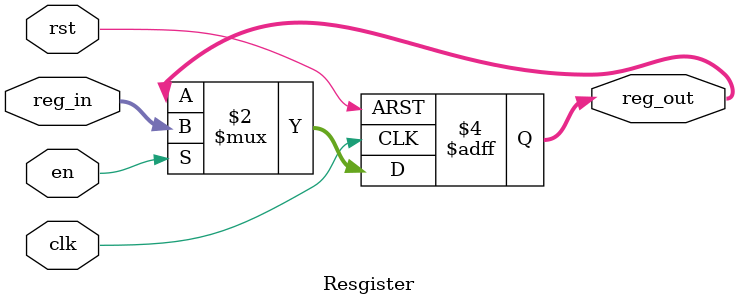
<source format=v>
module Resgister( clk,rst,en,reg_in,reg_out);
input clk,rst,en;
input [15:0]reg_in;
output reg [15:0]reg_out;
always @ (posedge clk or posedge rst)
begin
if (rst )
reg_out<= 16'b0;
else if (en)
reg_out<= reg_in;
end
endmodule

</source>
